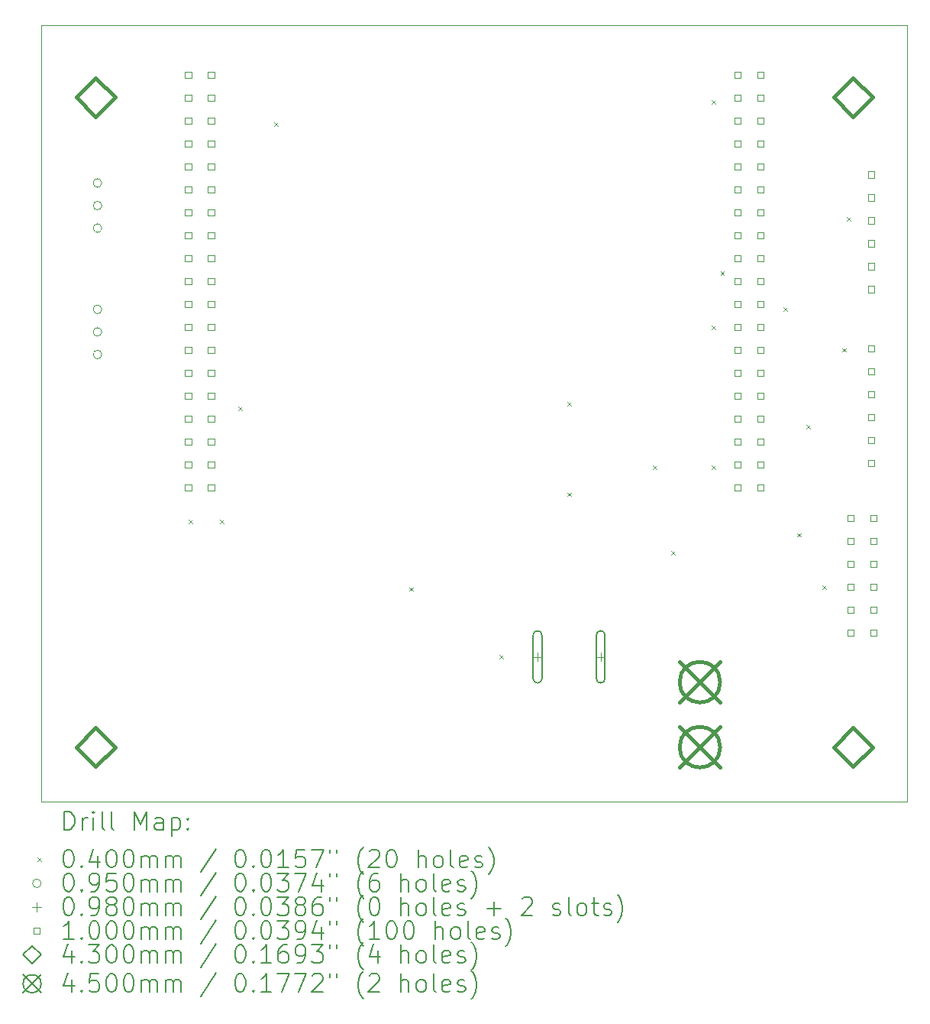
<source format=gbr>
%TF.GenerationSoftware,KiCad,Pcbnew,(6.0.10)*%
%TF.CreationDate,2023-04-21T16:11:16+03:00*%
%TF.ProjectId,KiCAD design,4b694341-4420-4646-9573-69676e2e6b69,rev?*%
%TF.SameCoordinates,Original*%
%TF.FileFunction,Drillmap*%
%TF.FilePolarity,Positive*%
%FSLAX45Y45*%
G04 Gerber Fmt 4.5, Leading zero omitted, Abs format (unit mm)*
G04 Created by KiCad (PCBNEW (6.0.10)) date 2023-04-21 16:11:16*
%MOMM*%
%LPD*%
G01*
G04 APERTURE LIST*
%ADD10C,0.100000*%
%ADD11C,0.200000*%
%ADD12C,0.040000*%
%ADD13C,0.095000*%
%ADD14C,0.098000*%
%ADD15C,0.430000*%
%ADD16C,0.450000*%
G04 APERTURE END LIST*
D10*
X19800000Y-5200000D02*
X19800000Y-13800000D01*
X10200000Y-5200000D02*
X19800000Y-5200000D01*
X19800000Y-13800000D02*
X19700000Y-13800000D01*
X10200000Y-5200000D02*
X10200000Y-13800000D01*
X10200000Y-13800000D02*
X19700000Y-13800000D01*
D11*
D12*
X11830000Y-10680000D02*
X11870000Y-10720000D01*
X11870000Y-10680000D02*
X11830000Y-10720000D01*
X12180000Y-10680000D02*
X12220000Y-10720000D01*
X12220000Y-10680000D02*
X12180000Y-10720000D01*
X12380000Y-9430000D02*
X12420000Y-9470000D01*
X12420000Y-9430000D02*
X12380000Y-9470000D01*
X12780000Y-6280000D02*
X12820000Y-6320000D01*
X12820000Y-6280000D02*
X12780000Y-6320000D01*
X14280000Y-11430000D02*
X14320000Y-11470000D01*
X14320000Y-11430000D02*
X14280000Y-11470000D01*
X15280000Y-12180000D02*
X15320000Y-12220000D01*
X15320000Y-12180000D02*
X15280000Y-12220000D01*
X16030000Y-9380000D02*
X16070000Y-9420000D01*
X16070000Y-9380000D02*
X16030000Y-9420000D01*
X16030000Y-10380000D02*
X16070000Y-10420000D01*
X16070000Y-10380000D02*
X16030000Y-10420000D01*
X16980000Y-10080000D02*
X17020000Y-10120000D01*
X17020000Y-10080000D02*
X16980000Y-10120000D01*
X17180000Y-11030000D02*
X17220000Y-11070000D01*
X17220000Y-11030000D02*
X17180000Y-11070000D01*
X17630000Y-6030000D02*
X17670000Y-6070000D01*
X17670000Y-6030000D02*
X17630000Y-6070000D01*
X17630000Y-8530000D02*
X17670000Y-8570000D01*
X17670000Y-8530000D02*
X17630000Y-8570000D01*
X17630000Y-10080000D02*
X17670000Y-10120000D01*
X17670000Y-10080000D02*
X17630000Y-10120000D01*
X17730000Y-7932000D02*
X17770000Y-7972000D01*
X17770000Y-7932000D02*
X17730000Y-7972000D01*
X18430000Y-8330000D02*
X18470000Y-8370000D01*
X18470000Y-8330000D02*
X18430000Y-8370000D01*
X18580000Y-10830000D02*
X18620000Y-10870000D01*
X18620000Y-10830000D02*
X18580000Y-10870000D01*
X18680000Y-9630000D02*
X18720000Y-9670000D01*
X18720000Y-9630000D02*
X18680000Y-9670000D01*
X18857000Y-11407000D02*
X18897000Y-11447000D01*
X18897000Y-11407000D02*
X18857000Y-11447000D01*
X19080000Y-8780000D02*
X19120000Y-8820000D01*
X19120000Y-8780000D02*
X19080000Y-8820000D01*
X19130000Y-7330000D02*
X19170000Y-7370000D01*
X19170000Y-7330000D02*
X19130000Y-7370000D01*
D13*
X10867500Y-6950000D02*
G75*
G03*
X10867500Y-6950000I-47500J0D01*
G01*
X10867500Y-7200000D02*
G75*
G03*
X10867500Y-7200000I-47500J0D01*
G01*
X10867500Y-7450000D02*
G75*
G03*
X10867500Y-7450000I-47500J0D01*
G01*
X10867500Y-8350000D02*
G75*
G03*
X10867500Y-8350000I-47500J0D01*
G01*
X10867500Y-8600000D02*
G75*
G03*
X10867500Y-8600000I-47500J0D01*
G01*
X10867500Y-8850000D02*
G75*
G03*
X10867500Y-8850000I-47500J0D01*
G01*
D14*
X15700000Y-12151000D02*
X15700000Y-12249000D01*
X15651000Y-12200000D02*
X15749000Y-12200000D01*
D11*
X15749000Y-12440000D02*
X15749000Y-11960000D01*
X15651000Y-12440000D02*
X15651000Y-11960000D01*
X15749000Y-11960000D02*
G75*
G03*
X15651000Y-11960000I-49000J0D01*
G01*
X15651000Y-12440000D02*
G75*
G03*
X15749000Y-12440000I49000J0D01*
G01*
D14*
X16400000Y-12151000D02*
X16400000Y-12249000D01*
X16351000Y-12200000D02*
X16449000Y-12200000D01*
D11*
X16449000Y-12440000D02*
X16449000Y-11960000D01*
X16351000Y-12440000D02*
X16351000Y-11960000D01*
X16449000Y-11960000D02*
G75*
G03*
X16351000Y-11960000I-49000J0D01*
G01*
X16351000Y-12440000D02*
G75*
G03*
X16449000Y-12440000I49000J0D01*
G01*
D10*
X11860356Y-5785356D02*
X11860356Y-5714644D01*
X11789644Y-5714644D01*
X11789644Y-5785356D01*
X11860356Y-5785356D01*
X11860356Y-6039356D02*
X11860356Y-5968644D01*
X11789644Y-5968644D01*
X11789644Y-6039356D01*
X11860356Y-6039356D01*
X11860356Y-6293356D02*
X11860356Y-6222644D01*
X11789644Y-6222644D01*
X11789644Y-6293356D01*
X11860356Y-6293356D01*
X11860356Y-6547356D02*
X11860356Y-6476644D01*
X11789644Y-6476644D01*
X11789644Y-6547356D01*
X11860356Y-6547356D01*
X11860356Y-6801356D02*
X11860356Y-6730644D01*
X11789644Y-6730644D01*
X11789644Y-6801356D01*
X11860356Y-6801356D01*
X11860356Y-7055356D02*
X11860356Y-6984644D01*
X11789644Y-6984644D01*
X11789644Y-7055356D01*
X11860356Y-7055356D01*
X11860356Y-7309356D02*
X11860356Y-7238644D01*
X11789644Y-7238644D01*
X11789644Y-7309356D01*
X11860356Y-7309356D01*
X11860356Y-7563356D02*
X11860356Y-7492644D01*
X11789644Y-7492644D01*
X11789644Y-7563356D01*
X11860356Y-7563356D01*
X11860356Y-7817356D02*
X11860356Y-7746644D01*
X11789644Y-7746644D01*
X11789644Y-7817356D01*
X11860356Y-7817356D01*
X11860356Y-8071356D02*
X11860356Y-8000644D01*
X11789644Y-8000644D01*
X11789644Y-8071356D01*
X11860356Y-8071356D01*
X11860356Y-8325356D02*
X11860356Y-8254644D01*
X11789644Y-8254644D01*
X11789644Y-8325356D01*
X11860356Y-8325356D01*
X11860356Y-8579356D02*
X11860356Y-8508644D01*
X11789644Y-8508644D01*
X11789644Y-8579356D01*
X11860356Y-8579356D01*
X11860356Y-8833356D02*
X11860356Y-8762644D01*
X11789644Y-8762644D01*
X11789644Y-8833356D01*
X11860356Y-8833356D01*
X11860356Y-9087356D02*
X11860356Y-9016644D01*
X11789644Y-9016644D01*
X11789644Y-9087356D01*
X11860356Y-9087356D01*
X11860356Y-9341356D02*
X11860356Y-9270644D01*
X11789644Y-9270644D01*
X11789644Y-9341356D01*
X11860356Y-9341356D01*
X11860356Y-9595356D02*
X11860356Y-9524644D01*
X11789644Y-9524644D01*
X11789644Y-9595356D01*
X11860356Y-9595356D01*
X11860356Y-9849356D02*
X11860356Y-9778644D01*
X11789644Y-9778644D01*
X11789644Y-9849356D01*
X11860356Y-9849356D01*
X11860356Y-10103356D02*
X11860356Y-10032644D01*
X11789644Y-10032644D01*
X11789644Y-10103356D01*
X11860356Y-10103356D01*
X11860356Y-10357356D02*
X11860356Y-10286644D01*
X11789644Y-10286644D01*
X11789644Y-10357356D01*
X11860356Y-10357356D01*
X12114356Y-5785356D02*
X12114356Y-5714644D01*
X12043644Y-5714644D01*
X12043644Y-5785356D01*
X12114356Y-5785356D01*
X12114356Y-6039356D02*
X12114356Y-5968644D01*
X12043644Y-5968644D01*
X12043644Y-6039356D01*
X12114356Y-6039356D01*
X12114356Y-6293356D02*
X12114356Y-6222644D01*
X12043644Y-6222644D01*
X12043644Y-6293356D01*
X12114356Y-6293356D01*
X12114356Y-6547356D02*
X12114356Y-6476644D01*
X12043644Y-6476644D01*
X12043644Y-6547356D01*
X12114356Y-6547356D01*
X12114356Y-6801356D02*
X12114356Y-6730644D01*
X12043644Y-6730644D01*
X12043644Y-6801356D01*
X12114356Y-6801356D01*
X12114356Y-7055356D02*
X12114356Y-6984644D01*
X12043644Y-6984644D01*
X12043644Y-7055356D01*
X12114356Y-7055356D01*
X12114356Y-7309356D02*
X12114356Y-7238644D01*
X12043644Y-7238644D01*
X12043644Y-7309356D01*
X12114356Y-7309356D01*
X12114356Y-7563356D02*
X12114356Y-7492644D01*
X12043644Y-7492644D01*
X12043644Y-7563356D01*
X12114356Y-7563356D01*
X12114356Y-7817356D02*
X12114356Y-7746644D01*
X12043644Y-7746644D01*
X12043644Y-7817356D01*
X12114356Y-7817356D01*
X12114356Y-8071356D02*
X12114356Y-8000644D01*
X12043644Y-8000644D01*
X12043644Y-8071356D01*
X12114356Y-8071356D01*
X12114356Y-8325356D02*
X12114356Y-8254644D01*
X12043644Y-8254644D01*
X12043644Y-8325356D01*
X12114356Y-8325356D01*
X12114356Y-8579356D02*
X12114356Y-8508644D01*
X12043644Y-8508644D01*
X12043644Y-8579356D01*
X12114356Y-8579356D01*
X12114356Y-8833356D02*
X12114356Y-8762644D01*
X12043644Y-8762644D01*
X12043644Y-8833356D01*
X12114356Y-8833356D01*
X12114356Y-9087356D02*
X12114356Y-9016644D01*
X12043644Y-9016644D01*
X12043644Y-9087356D01*
X12114356Y-9087356D01*
X12114356Y-9341356D02*
X12114356Y-9270644D01*
X12043644Y-9270644D01*
X12043644Y-9341356D01*
X12114356Y-9341356D01*
X12114356Y-9595356D02*
X12114356Y-9524644D01*
X12043644Y-9524644D01*
X12043644Y-9595356D01*
X12114356Y-9595356D01*
X12114356Y-9849356D02*
X12114356Y-9778644D01*
X12043644Y-9778644D01*
X12043644Y-9849356D01*
X12114356Y-9849356D01*
X12114356Y-10103356D02*
X12114356Y-10032644D01*
X12043644Y-10032644D01*
X12043644Y-10103356D01*
X12114356Y-10103356D01*
X12114356Y-10357356D02*
X12114356Y-10286644D01*
X12043644Y-10286644D01*
X12043644Y-10357356D01*
X12114356Y-10357356D01*
X17955356Y-5785356D02*
X17955356Y-5714644D01*
X17884644Y-5714644D01*
X17884644Y-5785356D01*
X17955356Y-5785356D01*
X17955356Y-6039356D02*
X17955356Y-5968644D01*
X17884644Y-5968644D01*
X17884644Y-6039356D01*
X17955356Y-6039356D01*
X17955356Y-6293356D02*
X17955356Y-6222644D01*
X17884644Y-6222644D01*
X17884644Y-6293356D01*
X17955356Y-6293356D01*
X17955356Y-6547356D02*
X17955356Y-6476644D01*
X17884644Y-6476644D01*
X17884644Y-6547356D01*
X17955356Y-6547356D01*
X17955356Y-6801356D02*
X17955356Y-6730644D01*
X17884644Y-6730644D01*
X17884644Y-6801356D01*
X17955356Y-6801356D01*
X17955356Y-7055356D02*
X17955356Y-6984644D01*
X17884644Y-6984644D01*
X17884644Y-7055356D01*
X17955356Y-7055356D01*
X17955356Y-7309356D02*
X17955356Y-7238644D01*
X17884644Y-7238644D01*
X17884644Y-7309356D01*
X17955356Y-7309356D01*
X17955356Y-7563356D02*
X17955356Y-7492644D01*
X17884644Y-7492644D01*
X17884644Y-7563356D01*
X17955356Y-7563356D01*
X17955356Y-7817356D02*
X17955356Y-7746644D01*
X17884644Y-7746644D01*
X17884644Y-7817356D01*
X17955356Y-7817356D01*
X17955356Y-8071356D02*
X17955356Y-8000644D01*
X17884644Y-8000644D01*
X17884644Y-8071356D01*
X17955356Y-8071356D01*
X17955356Y-8325356D02*
X17955356Y-8254644D01*
X17884644Y-8254644D01*
X17884644Y-8325356D01*
X17955356Y-8325356D01*
X17955356Y-8579356D02*
X17955356Y-8508644D01*
X17884644Y-8508644D01*
X17884644Y-8579356D01*
X17955356Y-8579356D01*
X17955356Y-8833356D02*
X17955356Y-8762644D01*
X17884644Y-8762644D01*
X17884644Y-8833356D01*
X17955356Y-8833356D01*
X17955356Y-9087356D02*
X17955356Y-9016644D01*
X17884644Y-9016644D01*
X17884644Y-9087356D01*
X17955356Y-9087356D01*
X17955356Y-9341356D02*
X17955356Y-9270644D01*
X17884644Y-9270644D01*
X17884644Y-9341356D01*
X17955356Y-9341356D01*
X17955356Y-9595356D02*
X17955356Y-9524644D01*
X17884644Y-9524644D01*
X17884644Y-9595356D01*
X17955356Y-9595356D01*
X17955356Y-9849356D02*
X17955356Y-9778644D01*
X17884644Y-9778644D01*
X17884644Y-9849356D01*
X17955356Y-9849356D01*
X17955356Y-10103356D02*
X17955356Y-10032644D01*
X17884644Y-10032644D01*
X17884644Y-10103356D01*
X17955356Y-10103356D01*
X17955356Y-10357356D02*
X17955356Y-10286644D01*
X17884644Y-10286644D01*
X17884644Y-10357356D01*
X17955356Y-10357356D01*
X18209356Y-5785356D02*
X18209356Y-5714644D01*
X18138644Y-5714644D01*
X18138644Y-5785356D01*
X18209356Y-5785356D01*
X18209356Y-6039356D02*
X18209356Y-5968644D01*
X18138644Y-5968644D01*
X18138644Y-6039356D01*
X18209356Y-6039356D01*
X18209356Y-6293356D02*
X18209356Y-6222644D01*
X18138644Y-6222644D01*
X18138644Y-6293356D01*
X18209356Y-6293356D01*
X18209356Y-6547356D02*
X18209356Y-6476644D01*
X18138644Y-6476644D01*
X18138644Y-6547356D01*
X18209356Y-6547356D01*
X18209356Y-6801356D02*
X18209356Y-6730644D01*
X18138644Y-6730644D01*
X18138644Y-6801356D01*
X18209356Y-6801356D01*
X18209356Y-7055356D02*
X18209356Y-6984644D01*
X18138644Y-6984644D01*
X18138644Y-7055356D01*
X18209356Y-7055356D01*
X18209356Y-7309356D02*
X18209356Y-7238644D01*
X18138644Y-7238644D01*
X18138644Y-7309356D01*
X18209356Y-7309356D01*
X18209356Y-7563356D02*
X18209356Y-7492644D01*
X18138644Y-7492644D01*
X18138644Y-7563356D01*
X18209356Y-7563356D01*
X18209356Y-7817356D02*
X18209356Y-7746644D01*
X18138644Y-7746644D01*
X18138644Y-7817356D01*
X18209356Y-7817356D01*
X18209356Y-8071356D02*
X18209356Y-8000644D01*
X18138644Y-8000644D01*
X18138644Y-8071356D01*
X18209356Y-8071356D01*
X18209356Y-8325356D02*
X18209356Y-8254644D01*
X18138644Y-8254644D01*
X18138644Y-8325356D01*
X18209356Y-8325356D01*
X18209356Y-8579356D02*
X18209356Y-8508644D01*
X18138644Y-8508644D01*
X18138644Y-8579356D01*
X18209356Y-8579356D01*
X18209356Y-8833356D02*
X18209356Y-8762644D01*
X18138644Y-8762644D01*
X18138644Y-8833356D01*
X18209356Y-8833356D01*
X18209356Y-9087356D02*
X18209356Y-9016644D01*
X18138644Y-9016644D01*
X18138644Y-9087356D01*
X18209356Y-9087356D01*
X18209356Y-9341356D02*
X18209356Y-9270644D01*
X18138644Y-9270644D01*
X18138644Y-9341356D01*
X18209356Y-9341356D01*
X18209356Y-9595356D02*
X18209356Y-9524644D01*
X18138644Y-9524644D01*
X18138644Y-9595356D01*
X18209356Y-9595356D01*
X18209356Y-9849356D02*
X18209356Y-9778644D01*
X18138644Y-9778644D01*
X18138644Y-9849356D01*
X18209356Y-9849356D01*
X18209356Y-10103356D02*
X18209356Y-10032644D01*
X18138644Y-10032644D01*
X18138644Y-10103356D01*
X18209356Y-10103356D01*
X18209356Y-10357356D02*
X18209356Y-10286644D01*
X18138644Y-10286644D01*
X18138644Y-10357356D01*
X18209356Y-10357356D01*
X19208856Y-10700356D02*
X19208856Y-10629644D01*
X19138144Y-10629644D01*
X19138144Y-10700356D01*
X19208856Y-10700356D01*
X19208856Y-10954356D02*
X19208856Y-10883644D01*
X19138144Y-10883644D01*
X19138144Y-10954356D01*
X19208856Y-10954356D01*
X19208856Y-11208356D02*
X19208856Y-11137644D01*
X19138144Y-11137644D01*
X19138144Y-11208356D01*
X19208856Y-11208356D01*
X19208856Y-11462356D02*
X19208856Y-11391644D01*
X19138144Y-11391644D01*
X19138144Y-11462356D01*
X19208856Y-11462356D01*
X19208856Y-11716356D02*
X19208856Y-11645644D01*
X19138144Y-11645644D01*
X19138144Y-11716356D01*
X19208856Y-11716356D01*
X19208856Y-11970356D02*
X19208856Y-11899644D01*
X19138144Y-11899644D01*
X19138144Y-11970356D01*
X19208856Y-11970356D01*
X19435356Y-6892356D02*
X19435356Y-6821644D01*
X19364644Y-6821644D01*
X19364644Y-6892356D01*
X19435356Y-6892356D01*
X19435356Y-7146356D02*
X19435356Y-7075644D01*
X19364644Y-7075644D01*
X19364644Y-7146356D01*
X19435356Y-7146356D01*
X19435356Y-7400356D02*
X19435356Y-7329644D01*
X19364644Y-7329644D01*
X19364644Y-7400356D01*
X19435356Y-7400356D01*
X19435356Y-7654356D02*
X19435356Y-7583644D01*
X19364644Y-7583644D01*
X19364644Y-7654356D01*
X19435356Y-7654356D01*
X19435356Y-7908356D02*
X19435356Y-7837644D01*
X19364644Y-7837644D01*
X19364644Y-7908356D01*
X19435356Y-7908356D01*
X19435356Y-8162356D02*
X19435356Y-8091644D01*
X19364644Y-8091644D01*
X19364644Y-8162356D01*
X19435356Y-8162356D01*
X19435356Y-8819356D02*
X19435356Y-8748644D01*
X19364644Y-8748644D01*
X19364644Y-8819356D01*
X19435356Y-8819356D01*
X19435356Y-9073356D02*
X19435356Y-9002644D01*
X19364644Y-9002644D01*
X19364644Y-9073356D01*
X19435356Y-9073356D01*
X19435356Y-9327356D02*
X19435356Y-9256644D01*
X19364644Y-9256644D01*
X19364644Y-9327356D01*
X19435356Y-9327356D01*
X19435356Y-9581356D02*
X19435356Y-9510644D01*
X19364644Y-9510644D01*
X19364644Y-9581356D01*
X19435356Y-9581356D01*
X19435356Y-9835356D02*
X19435356Y-9764644D01*
X19364644Y-9764644D01*
X19364644Y-9835356D01*
X19435356Y-9835356D01*
X19435356Y-10089356D02*
X19435356Y-10018644D01*
X19364644Y-10018644D01*
X19364644Y-10089356D01*
X19435356Y-10089356D01*
X19462856Y-10700356D02*
X19462856Y-10629644D01*
X19392144Y-10629644D01*
X19392144Y-10700356D01*
X19462856Y-10700356D01*
X19462856Y-10954356D02*
X19462856Y-10883644D01*
X19392144Y-10883644D01*
X19392144Y-10954356D01*
X19462856Y-10954356D01*
X19462856Y-11208356D02*
X19462856Y-11137644D01*
X19392144Y-11137644D01*
X19392144Y-11208356D01*
X19462856Y-11208356D01*
X19462856Y-11462356D02*
X19462856Y-11391644D01*
X19392144Y-11391644D01*
X19392144Y-11462356D01*
X19462856Y-11462356D01*
X19462856Y-11716356D02*
X19462856Y-11645644D01*
X19392144Y-11645644D01*
X19392144Y-11716356D01*
X19462856Y-11716356D01*
X19462856Y-11970356D02*
X19462856Y-11899644D01*
X19392144Y-11899644D01*
X19392144Y-11970356D01*
X19462856Y-11970356D01*
D15*
X10800000Y-6215000D02*
X11015000Y-6000000D01*
X10800000Y-5785000D01*
X10585000Y-6000000D01*
X10800000Y-6215000D01*
X10800000Y-13415000D02*
X11015000Y-13200000D01*
X10800000Y-12985000D01*
X10585000Y-13200000D01*
X10800000Y-13415000D01*
X19200000Y-6215000D02*
X19415000Y-6000000D01*
X19200000Y-5785000D01*
X18985000Y-6000000D01*
X19200000Y-6215000D01*
X19200000Y-13415000D02*
X19415000Y-13200000D01*
X19200000Y-12985000D01*
X18985000Y-13200000D01*
X19200000Y-13415000D01*
D16*
X17275000Y-12255000D02*
X17725000Y-12705000D01*
X17725000Y-12255000D02*
X17275000Y-12705000D01*
X17725000Y-12480000D02*
G75*
G03*
X17725000Y-12480000I-225000J0D01*
G01*
X17275000Y-12975000D02*
X17725000Y-13425000D01*
X17725000Y-12975000D02*
X17275000Y-13425000D01*
X17725000Y-13200000D02*
G75*
G03*
X17725000Y-13200000I-225000J0D01*
G01*
D11*
X10452619Y-14115476D02*
X10452619Y-13915476D01*
X10500238Y-13915476D01*
X10528810Y-13925000D01*
X10547857Y-13944048D01*
X10557381Y-13963095D01*
X10566905Y-14001190D01*
X10566905Y-14029762D01*
X10557381Y-14067857D01*
X10547857Y-14086905D01*
X10528810Y-14105952D01*
X10500238Y-14115476D01*
X10452619Y-14115476D01*
X10652619Y-14115476D02*
X10652619Y-13982143D01*
X10652619Y-14020238D02*
X10662143Y-14001190D01*
X10671667Y-13991667D01*
X10690714Y-13982143D01*
X10709762Y-13982143D01*
X10776429Y-14115476D02*
X10776429Y-13982143D01*
X10776429Y-13915476D02*
X10766905Y-13925000D01*
X10776429Y-13934524D01*
X10785952Y-13925000D01*
X10776429Y-13915476D01*
X10776429Y-13934524D01*
X10900238Y-14115476D02*
X10881190Y-14105952D01*
X10871667Y-14086905D01*
X10871667Y-13915476D01*
X11005000Y-14115476D02*
X10985952Y-14105952D01*
X10976429Y-14086905D01*
X10976429Y-13915476D01*
X11233571Y-14115476D02*
X11233571Y-13915476D01*
X11300238Y-14058333D01*
X11366905Y-13915476D01*
X11366905Y-14115476D01*
X11547857Y-14115476D02*
X11547857Y-14010714D01*
X11538333Y-13991667D01*
X11519286Y-13982143D01*
X11481190Y-13982143D01*
X11462143Y-13991667D01*
X11547857Y-14105952D02*
X11528809Y-14115476D01*
X11481190Y-14115476D01*
X11462143Y-14105952D01*
X11452619Y-14086905D01*
X11452619Y-14067857D01*
X11462143Y-14048809D01*
X11481190Y-14039286D01*
X11528809Y-14039286D01*
X11547857Y-14029762D01*
X11643095Y-13982143D02*
X11643095Y-14182143D01*
X11643095Y-13991667D02*
X11662143Y-13982143D01*
X11700238Y-13982143D01*
X11719286Y-13991667D01*
X11728809Y-14001190D01*
X11738333Y-14020238D01*
X11738333Y-14077381D01*
X11728809Y-14096428D01*
X11719286Y-14105952D01*
X11700238Y-14115476D01*
X11662143Y-14115476D01*
X11643095Y-14105952D01*
X11824048Y-14096428D02*
X11833571Y-14105952D01*
X11824048Y-14115476D01*
X11814524Y-14105952D01*
X11824048Y-14096428D01*
X11824048Y-14115476D01*
X11824048Y-13991667D02*
X11833571Y-14001190D01*
X11824048Y-14010714D01*
X11814524Y-14001190D01*
X11824048Y-13991667D01*
X11824048Y-14010714D01*
D12*
X10155000Y-14425000D02*
X10195000Y-14465000D01*
X10195000Y-14425000D02*
X10155000Y-14465000D01*
D11*
X10490714Y-14335476D02*
X10509762Y-14335476D01*
X10528810Y-14345000D01*
X10538333Y-14354524D01*
X10547857Y-14373571D01*
X10557381Y-14411667D01*
X10557381Y-14459286D01*
X10547857Y-14497381D01*
X10538333Y-14516428D01*
X10528810Y-14525952D01*
X10509762Y-14535476D01*
X10490714Y-14535476D01*
X10471667Y-14525952D01*
X10462143Y-14516428D01*
X10452619Y-14497381D01*
X10443095Y-14459286D01*
X10443095Y-14411667D01*
X10452619Y-14373571D01*
X10462143Y-14354524D01*
X10471667Y-14345000D01*
X10490714Y-14335476D01*
X10643095Y-14516428D02*
X10652619Y-14525952D01*
X10643095Y-14535476D01*
X10633571Y-14525952D01*
X10643095Y-14516428D01*
X10643095Y-14535476D01*
X10824048Y-14402143D02*
X10824048Y-14535476D01*
X10776429Y-14325952D02*
X10728810Y-14468809D01*
X10852619Y-14468809D01*
X10966905Y-14335476D02*
X10985952Y-14335476D01*
X11005000Y-14345000D01*
X11014524Y-14354524D01*
X11024048Y-14373571D01*
X11033571Y-14411667D01*
X11033571Y-14459286D01*
X11024048Y-14497381D01*
X11014524Y-14516428D01*
X11005000Y-14525952D01*
X10985952Y-14535476D01*
X10966905Y-14535476D01*
X10947857Y-14525952D01*
X10938333Y-14516428D01*
X10928810Y-14497381D01*
X10919286Y-14459286D01*
X10919286Y-14411667D01*
X10928810Y-14373571D01*
X10938333Y-14354524D01*
X10947857Y-14345000D01*
X10966905Y-14335476D01*
X11157381Y-14335476D02*
X11176429Y-14335476D01*
X11195476Y-14345000D01*
X11205000Y-14354524D01*
X11214524Y-14373571D01*
X11224048Y-14411667D01*
X11224048Y-14459286D01*
X11214524Y-14497381D01*
X11205000Y-14516428D01*
X11195476Y-14525952D01*
X11176429Y-14535476D01*
X11157381Y-14535476D01*
X11138333Y-14525952D01*
X11128810Y-14516428D01*
X11119286Y-14497381D01*
X11109762Y-14459286D01*
X11109762Y-14411667D01*
X11119286Y-14373571D01*
X11128810Y-14354524D01*
X11138333Y-14345000D01*
X11157381Y-14335476D01*
X11309762Y-14535476D02*
X11309762Y-14402143D01*
X11309762Y-14421190D02*
X11319286Y-14411667D01*
X11338333Y-14402143D01*
X11366905Y-14402143D01*
X11385952Y-14411667D01*
X11395476Y-14430714D01*
X11395476Y-14535476D01*
X11395476Y-14430714D02*
X11405000Y-14411667D01*
X11424048Y-14402143D01*
X11452619Y-14402143D01*
X11471667Y-14411667D01*
X11481190Y-14430714D01*
X11481190Y-14535476D01*
X11576428Y-14535476D02*
X11576428Y-14402143D01*
X11576428Y-14421190D02*
X11585952Y-14411667D01*
X11605000Y-14402143D01*
X11633571Y-14402143D01*
X11652619Y-14411667D01*
X11662143Y-14430714D01*
X11662143Y-14535476D01*
X11662143Y-14430714D02*
X11671667Y-14411667D01*
X11690714Y-14402143D01*
X11719286Y-14402143D01*
X11738333Y-14411667D01*
X11747857Y-14430714D01*
X11747857Y-14535476D01*
X12138333Y-14325952D02*
X11966905Y-14583095D01*
X12395476Y-14335476D02*
X12414524Y-14335476D01*
X12433571Y-14345000D01*
X12443095Y-14354524D01*
X12452619Y-14373571D01*
X12462143Y-14411667D01*
X12462143Y-14459286D01*
X12452619Y-14497381D01*
X12443095Y-14516428D01*
X12433571Y-14525952D01*
X12414524Y-14535476D01*
X12395476Y-14535476D01*
X12376428Y-14525952D01*
X12366905Y-14516428D01*
X12357381Y-14497381D01*
X12347857Y-14459286D01*
X12347857Y-14411667D01*
X12357381Y-14373571D01*
X12366905Y-14354524D01*
X12376428Y-14345000D01*
X12395476Y-14335476D01*
X12547857Y-14516428D02*
X12557381Y-14525952D01*
X12547857Y-14535476D01*
X12538333Y-14525952D01*
X12547857Y-14516428D01*
X12547857Y-14535476D01*
X12681190Y-14335476D02*
X12700238Y-14335476D01*
X12719286Y-14345000D01*
X12728809Y-14354524D01*
X12738333Y-14373571D01*
X12747857Y-14411667D01*
X12747857Y-14459286D01*
X12738333Y-14497381D01*
X12728809Y-14516428D01*
X12719286Y-14525952D01*
X12700238Y-14535476D01*
X12681190Y-14535476D01*
X12662143Y-14525952D01*
X12652619Y-14516428D01*
X12643095Y-14497381D01*
X12633571Y-14459286D01*
X12633571Y-14411667D01*
X12643095Y-14373571D01*
X12652619Y-14354524D01*
X12662143Y-14345000D01*
X12681190Y-14335476D01*
X12938333Y-14535476D02*
X12824048Y-14535476D01*
X12881190Y-14535476D02*
X12881190Y-14335476D01*
X12862143Y-14364048D01*
X12843095Y-14383095D01*
X12824048Y-14392619D01*
X13119286Y-14335476D02*
X13024048Y-14335476D01*
X13014524Y-14430714D01*
X13024048Y-14421190D01*
X13043095Y-14411667D01*
X13090714Y-14411667D01*
X13109762Y-14421190D01*
X13119286Y-14430714D01*
X13128809Y-14449762D01*
X13128809Y-14497381D01*
X13119286Y-14516428D01*
X13109762Y-14525952D01*
X13090714Y-14535476D01*
X13043095Y-14535476D01*
X13024048Y-14525952D01*
X13014524Y-14516428D01*
X13195476Y-14335476D02*
X13328809Y-14335476D01*
X13243095Y-14535476D01*
X13395476Y-14335476D02*
X13395476Y-14373571D01*
X13471667Y-14335476D02*
X13471667Y-14373571D01*
X13766905Y-14611667D02*
X13757381Y-14602143D01*
X13738333Y-14573571D01*
X13728809Y-14554524D01*
X13719286Y-14525952D01*
X13709762Y-14478333D01*
X13709762Y-14440238D01*
X13719286Y-14392619D01*
X13728809Y-14364048D01*
X13738333Y-14345000D01*
X13757381Y-14316428D01*
X13766905Y-14306905D01*
X13833571Y-14354524D02*
X13843095Y-14345000D01*
X13862143Y-14335476D01*
X13909762Y-14335476D01*
X13928809Y-14345000D01*
X13938333Y-14354524D01*
X13947857Y-14373571D01*
X13947857Y-14392619D01*
X13938333Y-14421190D01*
X13824048Y-14535476D01*
X13947857Y-14535476D01*
X14071667Y-14335476D02*
X14090714Y-14335476D01*
X14109762Y-14345000D01*
X14119286Y-14354524D01*
X14128809Y-14373571D01*
X14138333Y-14411667D01*
X14138333Y-14459286D01*
X14128809Y-14497381D01*
X14119286Y-14516428D01*
X14109762Y-14525952D01*
X14090714Y-14535476D01*
X14071667Y-14535476D01*
X14052619Y-14525952D01*
X14043095Y-14516428D01*
X14033571Y-14497381D01*
X14024048Y-14459286D01*
X14024048Y-14411667D01*
X14033571Y-14373571D01*
X14043095Y-14354524D01*
X14052619Y-14345000D01*
X14071667Y-14335476D01*
X14376428Y-14535476D02*
X14376428Y-14335476D01*
X14462143Y-14535476D02*
X14462143Y-14430714D01*
X14452619Y-14411667D01*
X14433571Y-14402143D01*
X14405000Y-14402143D01*
X14385952Y-14411667D01*
X14376428Y-14421190D01*
X14585952Y-14535476D02*
X14566905Y-14525952D01*
X14557381Y-14516428D01*
X14547857Y-14497381D01*
X14547857Y-14440238D01*
X14557381Y-14421190D01*
X14566905Y-14411667D01*
X14585952Y-14402143D01*
X14614524Y-14402143D01*
X14633571Y-14411667D01*
X14643095Y-14421190D01*
X14652619Y-14440238D01*
X14652619Y-14497381D01*
X14643095Y-14516428D01*
X14633571Y-14525952D01*
X14614524Y-14535476D01*
X14585952Y-14535476D01*
X14766905Y-14535476D02*
X14747857Y-14525952D01*
X14738333Y-14506905D01*
X14738333Y-14335476D01*
X14919286Y-14525952D02*
X14900238Y-14535476D01*
X14862143Y-14535476D01*
X14843095Y-14525952D01*
X14833571Y-14506905D01*
X14833571Y-14430714D01*
X14843095Y-14411667D01*
X14862143Y-14402143D01*
X14900238Y-14402143D01*
X14919286Y-14411667D01*
X14928809Y-14430714D01*
X14928809Y-14449762D01*
X14833571Y-14468809D01*
X15005000Y-14525952D02*
X15024048Y-14535476D01*
X15062143Y-14535476D01*
X15081190Y-14525952D01*
X15090714Y-14506905D01*
X15090714Y-14497381D01*
X15081190Y-14478333D01*
X15062143Y-14468809D01*
X15033571Y-14468809D01*
X15014524Y-14459286D01*
X15005000Y-14440238D01*
X15005000Y-14430714D01*
X15014524Y-14411667D01*
X15033571Y-14402143D01*
X15062143Y-14402143D01*
X15081190Y-14411667D01*
X15157381Y-14611667D02*
X15166905Y-14602143D01*
X15185952Y-14573571D01*
X15195476Y-14554524D01*
X15205000Y-14525952D01*
X15214524Y-14478333D01*
X15214524Y-14440238D01*
X15205000Y-14392619D01*
X15195476Y-14364048D01*
X15185952Y-14345000D01*
X15166905Y-14316428D01*
X15157381Y-14306905D01*
D13*
X10195000Y-14709000D02*
G75*
G03*
X10195000Y-14709000I-47500J0D01*
G01*
D11*
X10490714Y-14599476D02*
X10509762Y-14599476D01*
X10528810Y-14609000D01*
X10538333Y-14618524D01*
X10547857Y-14637571D01*
X10557381Y-14675667D01*
X10557381Y-14723286D01*
X10547857Y-14761381D01*
X10538333Y-14780428D01*
X10528810Y-14789952D01*
X10509762Y-14799476D01*
X10490714Y-14799476D01*
X10471667Y-14789952D01*
X10462143Y-14780428D01*
X10452619Y-14761381D01*
X10443095Y-14723286D01*
X10443095Y-14675667D01*
X10452619Y-14637571D01*
X10462143Y-14618524D01*
X10471667Y-14609000D01*
X10490714Y-14599476D01*
X10643095Y-14780428D02*
X10652619Y-14789952D01*
X10643095Y-14799476D01*
X10633571Y-14789952D01*
X10643095Y-14780428D01*
X10643095Y-14799476D01*
X10747857Y-14799476D02*
X10785952Y-14799476D01*
X10805000Y-14789952D01*
X10814524Y-14780428D01*
X10833571Y-14751857D01*
X10843095Y-14713762D01*
X10843095Y-14637571D01*
X10833571Y-14618524D01*
X10824048Y-14609000D01*
X10805000Y-14599476D01*
X10766905Y-14599476D01*
X10747857Y-14609000D01*
X10738333Y-14618524D01*
X10728810Y-14637571D01*
X10728810Y-14685190D01*
X10738333Y-14704238D01*
X10747857Y-14713762D01*
X10766905Y-14723286D01*
X10805000Y-14723286D01*
X10824048Y-14713762D01*
X10833571Y-14704238D01*
X10843095Y-14685190D01*
X11024048Y-14599476D02*
X10928810Y-14599476D01*
X10919286Y-14694714D01*
X10928810Y-14685190D01*
X10947857Y-14675667D01*
X10995476Y-14675667D01*
X11014524Y-14685190D01*
X11024048Y-14694714D01*
X11033571Y-14713762D01*
X11033571Y-14761381D01*
X11024048Y-14780428D01*
X11014524Y-14789952D01*
X10995476Y-14799476D01*
X10947857Y-14799476D01*
X10928810Y-14789952D01*
X10919286Y-14780428D01*
X11157381Y-14599476D02*
X11176429Y-14599476D01*
X11195476Y-14609000D01*
X11205000Y-14618524D01*
X11214524Y-14637571D01*
X11224048Y-14675667D01*
X11224048Y-14723286D01*
X11214524Y-14761381D01*
X11205000Y-14780428D01*
X11195476Y-14789952D01*
X11176429Y-14799476D01*
X11157381Y-14799476D01*
X11138333Y-14789952D01*
X11128810Y-14780428D01*
X11119286Y-14761381D01*
X11109762Y-14723286D01*
X11109762Y-14675667D01*
X11119286Y-14637571D01*
X11128810Y-14618524D01*
X11138333Y-14609000D01*
X11157381Y-14599476D01*
X11309762Y-14799476D02*
X11309762Y-14666143D01*
X11309762Y-14685190D02*
X11319286Y-14675667D01*
X11338333Y-14666143D01*
X11366905Y-14666143D01*
X11385952Y-14675667D01*
X11395476Y-14694714D01*
X11395476Y-14799476D01*
X11395476Y-14694714D02*
X11405000Y-14675667D01*
X11424048Y-14666143D01*
X11452619Y-14666143D01*
X11471667Y-14675667D01*
X11481190Y-14694714D01*
X11481190Y-14799476D01*
X11576428Y-14799476D02*
X11576428Y-14666143D01*
X11576428Y-14685190D02*
X11585952Y-14675667D01*
X11605000Y-14666143D01*
X11633571Y-14666143D01*
X11652619Y-14675667D01*
X11662143Y-14694714D01*
X11662143Y-14799476D01*
X11662143Y-14694714D02*
X11671667Y-14675667D01*
X11690714Y-14666143D01*
X11719286Y-14666143D01*
X11738333Y-14675667D01*
X11747857Y-14694714D01*
X11747857Y-14799476D01*
X12138333Y-14589952D02*
X11966905Y-14847095D01*
X12395476Y-14599476D02*
X12414524Y-14599476D01*
X12433571Y-14609000D01*
X12443095Y-14618524D01*
X12452619Y-14637571D01*
X12462143Y-14675667D01*
X12462143Y-14723286D01*
X12452619Y-14761381D01*
X12443095Y-14780428D01*
X12433571Y-14789952D01*
X12414524Y-14799476D01*
X12395476Y-14799476D01*
X12376428Y-14789952D01*
X12366905Y-14780428D01*
X12357381Y-14761381D01*
X12347857Y-14723286D01*
X12347857Y-14675667D01*
X12357381Y-14637571D01*
X12366905Y-14618524D01*
X12376428Y-14609000D01*
X12395476Y-14599476D01*
X12547857Y-14780428D02*
X12557381Y-14789952D01*
X12547857Y-14799476D01*
X12538333Y-14789952D01*
X12547857Y-14780428D01*
X12547857Y-14799476D01*
X12681190Y-14599476D02*
X12700238Y-14599476D01*
X12719286Y-14609000D01*
X12728809Y-14618524D01*
X12738333Y-14637571D01*
X12747857Y-14675667D01*
X12747857Y-14723286D01*
X12738333Y-14761381D01*
X12728809Y-14780428D01*
X12719286Y-14789952D01*
X12700238Y-14799476D01*
X12681190Y-14799476D01*
X12662143Y-14789952D01*
X12652619Y-14780428D01*
X12643095Y-14761381D01*
X12633571Y-14723286D01*
X12633571Y-14675667D01*
X12643095Y-14637571D01*
X12652619Y-14618524D01*
X12662143Y-14609000D01*
X12681190Y-14599476D01*
X12814524Y-14599476D02*
X12938333Y-14599476D01*
X12871667Y-14675667D01*
X12900238Y-14675667D01*
X12919286Y-14685190D01*
X12928809Y-14694714D01*
X12938333Y-14713762D01*
X12938333Y-14761381D01*
X12928809Y-14780428D01*
X12919286Y-14789952D01*
X12900238Y-14799476D01*
X12843095Y-14799476D01*
X12824048Y-14789952D01*
X12814524Y-14780428D01*
X13005000Y-14599476D02*
X13138333Y-14599476D01*
X13052619Y-14799476D01*
X13300238Y-14666143D02*
X13300238Y-14799476D01*
X13252619Y-14589952D02*
X13205000Y-14732809D01*
X13328809Y-14732809D01*
X13395476Y-14599476D02*
X13395476Y-14637571D01*
X13471667Y-14599476D02*
X13471667Y-14637571D01*
X13766905Y-14875667D02*
X13757381Y-14866143D01*
X13738333Y-14837571D01*
X13728809Y-14818524D01*
X13719286Y-14789952D01*
X13709762Y-14742333D01*
X13709762Y-14704238D01*
X13719286Y-14656619D01*
X13728809Y-14628048D01*
X13738333Y-14609000D01*
X13757381Y-14580428D01*
X13766905Y-14570905D01*
X13928809Y-14599476D02*
X13890714Y-14599476D01*
X13871667Y-14609000D01*
X13862143Y-14618524D01*
X13843095Y-14647095D01*
X13833571Y-14685190D01*
X13833571Y-14761381D01*
X13843095Y-14780428D01*
X13852619Y-14789952D01*
X13871667Y-14799476D01*
X13909762Y-14799476D01*
X13928809Y-14789952D01*
X13938333Y-14780428D01*
X13947857Y-14761381D01*
X13947857Y-14713762D01*
X13938333Y-14694714D01*
X13928809Y-14685190D01*
X13909762Y-14675667D01*
X13871667Y-14675667D01*
X13852619Y-14685190D01*
X13843095Y-14694714D01*
X13833571Y-14713762D01*
X14185952Y-14799476D02*
X14185952Y-14599476D01*
X14271667Y-14799476D02*
X14271667Y-14694714D01*
X14262143Y-14675667D01*
X14243095Y-14666143D01*
X14214524Y-14666143D01*
X14195476Y-14675667D01*
X14185952Y-14685190D01*
X14395476Y-14799476D02*
X14376428Y-14789952D01*
X14366905Y-14780428D01*
X14357381Y-14761381D01*
X14357381Y-14704238D01*
X14366905Y-14685190D01*
X14376428Y-14675667D01*
X14395476Y-14666143D01*
X14424048Y-14666143D01*
X14443095Y-14675667D01*
X14452619Y-14685190D01*
X14462143Y-14704238D01*
X14462143Y-14761381D01*
X14452619Y-14780428D01*
X14443095Y-14789952D01*
X14424048Y-14799476D01*
X14395476Y-14799476D01*
X14576428Y-14799476D02*
X14557381Y-14789952D01*
X14547857Y-14770905D01*
X14547857Y-14599476D01*
X14728809Y-14789952D02*
X14709762Y-14799476D01*
X14671667Y-14799476D01*
X14652619Y-14789952D01*
X14643095Y-14770905D01*
X14643095Y-14694714D01*
X14652619Y-14675667D01*
X14671667Y-14666143D01*
X14709762Y-14666143D01*
X14728809Y-14675667D01*
X14738333Y-14694714D01*
X14738333Y-14713762D01*
X14643095Y-14732809D01*
X14814524Y-14789952D02*
X14833571Y-14799476D01*
X14871667Y-14799476D01*
X14890714Y-14789952D01*
X14900238Y-14770905D01*
X14900238Y-14761381D01*
X14890714Y-14742333D01*
X14871667Y-14732809D01*
X14843095Y-14732809D01*
X14824048Y-14723286D01*
X14814524Y-14704238D01*
X14814524Y-14694714D01*
X14824048Y-14675667D01*
X14843095Y-14666143D01*
X14871667Y-14666143D01*
X14890714Y-14675667D01*
X14966905Y-14875667D02*
X14976428Y-14866143D01*
X14995476Y-14837571D01*
X15005000Y-14818524D01*
X15014524Y-14789952D01*
X15024048Y-14742333D01*
X15024048Y-14704238D01*
X15014524Y-14656619D01*
X15005000Y-14628048D01*
X14995476Y-14609000D01*
X14976428Y-14580428D01*
X14966905Y-14570905D01*
D14*
X10146000Y-14924000D02*
X10146000Y-15022000D01*
X10097000Y-14973000D02*
X10195000Y-14973000D01*
D11*
X10490714Y-14863476D02*
X10509762Y-14863476D01*
X10528810Y-14873000D01*
X10538333Y-14882524D01*
X10547857Y-14901571D01*
X10557381Y-14939667D01*
X10557381Y-14987286D01*
X10547857Y-15025381D01*
X10538333Y-15044428D01*
X10528810Y-15053952D01*
X10509762Y-15063476D01*
X10490714Y-15063476D01*
X10471667Y-15053952D01*
X10462143Y-15044428D01*
X10452619Y-15025381D01*
X10443095Y-14987286D01*
X10443095Y-14939667D01*
X10452619Y-14901571D01*
X10462143Y-14882524D01*
X10471667Y-14873000D01*
X10490714Y-14863476D01*
X10643095Y-15044428D02*
X10652619Y-15053952D01*
X10643095Y-15063476D01*
X10633571Y-15053952D01*
X10643095Y-15044428D01*
X10643095Y-15063476D01*
X10747857Y-15063476D02*
X10785952Y-15063476D01*
X10805000Y-15053952D01*
X10814524Y-15044428D01*
X10833571Y-15015857D01*
X10843095Y-14977762D01*
X10843095Y-14901571D01*
X10833571Y-14882524D01*
X10824048Y-14873000D01*
X10805000Y-14863476D01*
X10766905Y-14863476D01*
X10747857Y-14873000D01*
X10738333Y-14882524D01*
X10728810Y-14901571D01*
X10728810Y-14949190D01*
X10738333Y-14968238D01*
X10747857Y-14977762D01*
X10766905Y-14987286D01*
X10805000Y-14987286D01*
X10824048Y-14977762D01*
X10833571Y-14968238D01*
X10843095Y-14949190D01*
X10957381Y-14949190D02*
X10938333Y-14939667D01*
X10928810Y-14930143D01*
X10919286Y-14911095D01*
X10919286Y-14901571D01*
X10928810Y-14882524D01*
X10938333Y-14873000D01*
X10957381Y-14863476D01*
X10995476Y-14863476D01*
X11014524Y-14873000D01*
X11024048Y-14882524D01*
X11033571Y-14901571D01*
X11033571Y-14911095D01*
X11024048Y-14930143D01*
X11014524Y-14939667D01*
X10995476Y-14949190D01*
X10957381Y-14949190D01*
X10938333Y-14958714D01*
X10928810Y-14968238D01*
X10919286Y-14987286D01*
X10919286Y-15025381D01*
X10928810Y-15044428D01*
X10938333Y-15053952D01*
X10957381Y-15063476D01*
X10995476Y-15063476D01*
X11014524Y-15053952D01*
X11024048Y-15044428D01*
X11033571Y-15025381D01*
X11033571Y-14987286D01*
X11024048Y-14968238D01*
X11014524Y-14958714D01*
X10995476Y-14949190D01*
X11157381Y-14863476D02*
X11176429Y-14863476D01*
X11195476Y-14873000D01*
X11205000Y-14882524D01*
X11214524Y-14901571D01*
X11224048Y-14939667D01*
X11224048Y-14987286D01*
X11214524Y-15025381D01*
X11205000Y-15044428D01*
X11195476Y-15053952D01*
X11176429Y-15063476D01*
X11157381Y-15063476D01*
X11138333Y-15053952D01*
X11128810Y-15044428D01*
X11119286Y-15025381D01*
X11109762Y-14987286D01*
X11109762Y-14939667D01*
X11119286Y-14901571D01*
X11128810Y-14882524D01*
X11138333Y-14873000D01*
X11157381Y-14863476D01*
X11309762Y-15063476D02*
X11309762Y-14930143D01*
X11309762Y-14949190D02*
X11319286Y-14939667D01*
X11338333Y-14930143D01*
X11366905Y-14930143D01*
X11385952Y-14939667D01*
X11395476Y-14958714D01*
X11395476Y-15063476D01*
X11395476Y-14958714D02*
X11405000Y-14939667D01*
X11424048Y-14930143D01*
X11452619Y-14930143D01*
X11471667Y-14939667D01*
X11481190Y-14958714D01*
X11481190Y-15063476D01*
X11576428Y-15063476D02*
X11576428Y-14930143D01*
X11576428Y-14949190D02*
X11585952Y-14939667D01*
X11605000Y-14930143D01*
X11633571Y-14930143D01*
X11652619Y-14939667D01*
X11662143Y-14958714D01*
X11662143Y-15063476D01*
X11662143Y-14958714D02*
X11671667Y-14939667D01*
X11690714Y-14930143D01*
X11719286Y-14930143D01*
X11738333Y-14939667D01*
X11747857Y-14958714D01*
X11747857Y-15063476D01*
X12138333Y-14853952D02*
X11966905Y-15111095D01*
X12395476Y-14863476D02*
X12414524Y-14863476D01*
X12433571Y-14873000D01*
X12443095Y-14882524D01*
X12452619Y-14901571D01*
X12462143Y-14939667D01*
X12462143Y-14987286D01*
X12452619Y-15025381D01*
X12443095Y-15044428D01*
X12433571Y-15053952D01*
X12414524Y-15063476D01*
X12395476Y-15063476D01*
X12376428Y-15053952D01*
X12366905Y-15044428D01*
X12357381Y-15025381D01*
X12347857Y-14987286D01*
X12347857Y-14939667D01*
X12357381Y-14901571D01*
X12366905Y-14882524D01*
X12376428Y-14873000D01*
X12395476Y-14863476D01*
X12547857Y-15044428D02*
X12557381Y-15053952D01*
X12547857Y-15063476D01*
X12538333Y-15053952D01*
X12547857Y-15044428D01*
X12547857Y-15063476D01*
X12681190Y-14863476D02*
X12700238Y-14863476D01*
X12719286Y-14873000D01*
X12728809Y-14882524D01*
X12738333Y-14901571D01*
X12747857Y-14939667D01*
X12747857Y-14987286D01*
X12738333Y-15025381D01*
X12728809Y-15044428D01*
X12719286Y-15053952D01*
X12700238Y-15063476D01*
X12681190Y-15063476D01*
X12662143Y-15053952D01*
X12652619Y-15044428D01*
X12643095Y-15025381D01*
X12633571Y-14987286D01*
X12633571Y-14939667D01*
X12643095Y-14901571D01*
X12652619Y-14882524D01*
X12662143Y-14873000D01*
X12681190Y-14863476D01*
X12814524Y-14863476D02*
X12938333Y-14863476D01*
X12871667Y-14939667D01*
X12900238Y-14939667D01*
X12919286Y-14949190D01*
X12928809Y-14958714D01*
X12938333Y-14977762D01*
X12938333Y-15025381D01*
X12928809Y-15044428D01*
X12919286Y-15053952D01*
X12900238Y-15063476D01*
X12843095Y-15063476D01*
X12824048Y-15053952D01*
X12814524Y-15044428D01*
X13052619Y-14949190D02*
X13033571Y-14939667D01*
X13024048Y-14930143D01*
X13014524Y-14911095D01*
X13014524Y-14901571D01*
X13024048Y-14882524D01*
X13033571Y-14873000D01*
X13052619Y-14863476D01*
X13090714Y-14863476D01*
X13109762Y-14873000D01*
X13119286Y-14882524D01*
X13128809Y-14901571D01*
X13128809Y-14911095D01*
X13119286Y-14930143D01*
X13109762Y-14939667D01*
X13090714Y-14949190D01*
X13052619Y-14949190D01*
X13033571Y-14958714D01*
X13024048Y-14968238D01*
X13014524Y-14987286D01*
X13014524Y-15025381D01*
X13024048Y-15044428D01*
X13033571Y-15053952D01*
X13052619Y-15063476D01*
X13090714Y-15063476D01*
X13109762Y-15053952D01*
X13119286Y-15044428D01*
X13128809Y-15025381D01*
X13128809Y-14987286D01*
X13119286Y-14968238D01*
X13109762Y-14958714D01*
X13090714Y-14949190D01*
X13300238Y-14863476D02*
X13262143Y-14863476D01*
X13243095Y-14873000D01*
X13233571Y-14882524D01*
X13214524Y-14911095D01*
X13205000Y-14949190D01*
X13205000Y-15025381D01*
X13214524Y-15044428D01*
X13224048Y-15053952D01*
X13243095Y-15063476D01*
X13281190Y-15063476D01*
X13300238Y-15053952D01*
X13309762Y-15044428D01*
X13319286Y-15025381D01*
X13319286Y-14977762D01*
X13309762Y-14958714D01*
X13300238Y-14949190D01*
X13281190Y-14939667D01*
X13243095Y-14939667D01*
X13224048Y-14949190D01*
X13214524Y-14958714D01*
X13205000Y-14977762D01*
X13395476Y-14863476D02*
X13395476Y-14901571D01*
X13471667Y-14863476D02*
X13471667Y-14901571D01*
X13766905Y-15139667D02*
X13757381Y-15130143D01*
X13738333Y-15101571D01*
X13728809Y-15082524D01*
X13719286Y-15053952D01*
X13709762Y-15006333D01*
X13709762Y-14968238D01*
X13719286Y-14920619D01*
X13728809Y-14892048D01*
X13738333Y-14873000D01*
X13757381Y-14844428D01*
X13766905Y-14834905D01*
X13881190Y-14863476D02*
X13900238Y-14863476D01*
X13919286Y-14873000D01*
X13928809Y-14882524D01*
X13938333Y-14901571D01*
X13947857Y-14939667D01*
X13947857Y-14987286D01*
X13938333Y-15025381D01*
X13928809Y-15044428D01*
X13919286Y-15053952D01*
X13900238Y-15063476D01*
X13881190Y-15063476D01*
X13862143Y-15053952D01*
X13852619Y-15044428D01*
X13843095Y-15025381D01*
X13833571Y-14987286D01*
X13833571Y-14939667D01*
X13843095Y-14901571D01*
X13852619Y-14882524D01*
X13862143Y-14873000D01*
X13881190Y-14863476D01*
X14185952Y-15063476D02*
X14185952Y-14863476D01*
X14271667Y-15063476D02*
X14271667Y-14958714D01*
X14262143Y-14939667D01*
X14243095Y-14930143D01*
X14214524Y-14930143D01*
X14195476Y-14939667D01*
X14185952Y-14949190D01*
X14395476Y-15063476D02*
X14376428Y-15053952D01*
X14366905Y-15044428D01*
X14357381Y-15025381D01*
X14357381Y-14968238D01*
X14366905Y-14949190D01*
X14376428Y-14939667D01*
X14395476Y-14930143D01*
X14424048Y-14930143D01*
X14443095Y-14939667D01*
X14452619Y-14949190D01*
X14462143Y-14968238D01*
X14462143Y-15025381D01*
X14452619Y-15044428D01*
X14443095Y-15053952D01*
X14424048Y-15063476D01*
X14395476Y-15063476D01*
X14576428Y-15063476D02*
X14557381Y-15053952D01*
X14547857Y-15034905D01*
X14547857Y-14863476D01*
X14728809Y-15053952D02*
X14709762Y-15063476D01*
X14671667Y-15063476D01*
X14652619Y-15053952D01*
X14643095Y-15034905D01*
X14643095Y-14958714D01*
X14652619Y-14939667D01*
X14671667Y-14930143D01*
X14709762Y-14930143D01*
X14728809Y-14939667D01*
X14738333Y-14958714D01*
X14738333Y-14977762D01*
X14643095Y-14996809D01*
X14814524Y-15053952D02*
X14833571Y-15063476D01*
X14871667Y-15063476D01*
X14890714Y-15053952D01*
X14900238Y-15034905D01*
X14900238Y-15025381D01*
X14890714Y-15006333D01*
X14871667Y-14996809D01*
X14843095Y-14996809D01*
X14824048Y-14987286D01*
X14814524Y-14968238D01*
X14814524Y-14958714D01*
X14824048Y-14939667D01*
X14843095Y-14930143D01*
X14871667Y-14930143D01*
X14890714Y-14939667D01*
X15138333Y-14987286D02*
X15290714Y-14987286D01*
X15214524Y-15063476D02*
X15214524Y-14911095D01*
X15528809Y-14882524D02*
X15538333Y-14873000D01*
X15557381Y-14863476D01*
X15605000Y-14863476D01*
X15624048Y-14873000D01*
X15633571Y-14882524D01*
X15643095Y-14901571D01*
X15643095Y-14920619D01*
X15633571Y-14949190D01*
X15519286Y-15063476D01*
X15643095Y-15063476D01*
X15871667Y-15053952D02*
X15890714Y-15063476D01*
X15928809Y-15063476D01*
X15947857Y-15053952D01*
X15957381Y-15034905D01*
X15957381Y-15025381D01*
X15947857Y-15006333D01*
X15928809Y-14996809D01*
X15900238Y-14996809D01*
X15881190Y-14987286D01*
X15871667Y-14968238D01*
X15871667Y-14958714D01*
X15881190Y-14939667D01*
X15900238Y-14930143D01*
X15928809Y-14930143D01*
X15947857Y-14939667D01*
X16071667Y-15063476D02*
X16052619Y-15053952D01*
X16043095Y-15034905D01*
X16043095Y-14863476D01*
X16176428Y-15063476D02*
X16157381Y-15053952D01*
X16147857Y-15044428D01*
X16138333Y-15025381D01*
X16138333Y-14968238D01*
X16147857Y-14949190D01*
X16157381Y-14939667D01*
X16176428Y-14930143D01*
X16205000Y-14930143D01*
X16224048Y-14939667D01*
X16233571Y-14949190D01*
X16243095Y-14968238D01*
X16243095Y-15025381D01*
X16233571Y-15044428D01*
X16224048Y-15053952D01*
X16205000Y-15063476D01*
X16176428Y-15063476D01*
X16300238Y-14930143D02*
X16376428Y-14930143D01*
X16328809Y-14863476D02*
X16328809Y-15034905D01*
X16338333Y-15053952D01*
X16357381Y-15063476D01*
X16376428Y-15063476D01*
X16433571Y-15053952D02*
X16452619Y-15063476D01*
X16490714Y-15063476D01*
X16509762Y-15053952D01*
X16519286Y-15034905D01*
X16519286Y-15025381D01*
X16509762Y-15006333D01*
X16490714Y-14996809D01*
X16462143Y-14996809D01*
X16443095Y-14987286D01*
X16433571Y-14968238D01*
X16433571Y-14958714D01*
X16443095Y-14939667D01*
X16462143Y-14930143D01*
X16490714Y-14930143D01*
X16509762Y-14939667D01*
X16585952Y-15139667D02*
X16595476Y-15130143D01*
X16614524Y-15101571D01*
X16624048Y-15082524D01*
X16633571Y-15053952D01*
X16643095Y-15006333D01*
X16643095Y-14968238D01*
X16633571Y-14920619D01*
X16624048Y-14892048D01*
X16614524Y-14873000D01*
X16595476Y-14844428D01*
X16585952Y-14834905D01*
D10*
X10180356Y-15272356D02*
X10180356Y-15201644D01*
X10109644Y-15201644D01*
X10109644Y-15272356D01*
X10180356Y-15272356D01*
D11*
X10557381Y-15327476D02*
X10443095Y-15327476D01*
X10500238Y-15327476D02*
X10500238Y-15127476D01*
X10481190Y-15156048D01*
X10462143Y-15175095D01*
X10443095Y-15184619D01*
X10643095Y-15308428D02*
X10652619Y-15317952D01*
X10643095Y-15327476D01*
X10633571Y-15317952D01*
X10643095Y-15308428D01*
X10643095Y-15327476D01*
X10776429Y-15127476D02*
X10795476Y-15127476D01*
X10814524Y-15137000D01*
X10824048Y-15146524D01*
X10833571Y-15165571D01*
X10843095Y-15203667D01*
X10843095Y-15251286D01*
X10833571Y-15289381D01*
X10824048Y-15308428D01*
X10814524Y-15317952D01*
X10795476Y-15327476D01*
X10776429Y-15327476D01*
X10757381Y-15317952D01*
X10747857Y-15308428D01*
X10738333Y-15289381D01*
X10728810Y-15251286D01*
X10728810Y-15203667D01*
X10738333Y-15165571D01*
X10747857Y-15146524D01*
X10757381Y-15137000D01*
X10776429Y-15127476D01*
X10966905Y-15127476D02*
X10985952Y-15127476D01*
X11005000Y-15137000D01*
X11014524Y-15146524D01*
X11024048Y-15165571D01*
X11033571Y-15203667D01*
X11033571Y-15251286D01*
X11024048Y-15289381D01*
X11014524Y-15308428D01*
X11005000Y-15317952D01*
X10985952Y-15327476D01*
X10966905Y-15327476D01*
X10947857Y-15317952D01*
X10938333Y-15308428D01*
X10928810Y-15289381D01*
X10919286Y-15251286D01*
X10919286Y-15203667D01*
X10928810Y-15165571D01*
X10938333Y-15146524D01*
X10947857Y-15137000D01*
X10966905Y-15127476D01*
X11157381Y-15127476D02*
X11176429Y-15127476D01*
X11195476Y-15137000D01*
X11205000Y-15146524D01*
X11214524Y-15165571D01*
X11224048Y-15203667D01*
X11224048Y-15251286D01*
X11214524Y-15289381D01*
X11205000Y-15308428D01*
X11195476Y-15317952D01*
X11176429Y-15327476D01*
X11157381Y-15327476D01*
X11138333Y-15317952D01*
X11128810Y-15308428D01*
X11119286Y-15289381D01*
X11109762Y-15251286D01*
X11109762Y-15203667D01*
X11119286Y-15165571D01*
X11128810Y-15146524D01*
X11138333Y-15137000D01*
X11157381Y-15127476D01*
X11309762Y-15327476D02*
X11309762Y-15194143D01*
X11309762Y-15213190D02*
X11319286Y-15203667D01*
X11338333Y-15194143D01*
X11366905Y-15194143D01*
X11385952Y-15203667D01*
X11395476Y-15222714D01*
X11395476Y-15327476D01*
X11395476Y-15222714D02*
X11405000Y-15203667D01*
X11424048Y-15194143D01*
X11452619Y-15194143D01*
X11471667Y-15203667D01*
X11481190Y-15222714D01*
X11481190Y-15327476D01*
X11576428Y-15327476D02*
X11576428Y-15194143D01*
X11576428Y-15213190D02*
X11585952Y-15203667D01*
X11605000Y-15194143D01*
X11633571Y-15194143D01*
X11652619Y-15203667D01*
X11662143Y-15222714D01*
X11662143Y-15327476D01*
X11662143Y-15222714D02*
X11671667Y-15203667D01*
X11690714Y-15194143D01*
X11719286Y-15194143D01*
X11738333Y-15203667D01*
X11747857Y-15222714D01*
X11747857Y-15327476D01*
X12138333Y-15117952D02*
X11966905Y-15375095D01*
X12395476Y-15127476D02*
X12414524Y-15127476D01*
X12433571Y-15137000D01*
X12443095Y-15146524D01*
X12452619Y-15165571D01*
X12462143Y-15203667D01*
X12462143Y-15251286D01*
X12452619Y-15289381D01*
X12443095Y-15308428D01*
X12433571Y-15317952D01*
X12414524Y-15327476D01*
X12395476Y-15327476D01*
X12376428Y-15317952D01*
X12366905Y-15308428D01*
X12357381Y-15289381D01*
X12347857Y-15251286D01*
X12347857Y-15203667D01*
X12357381Y-15165571D01*
X12366905Y-15146524D01*
X12376428Y-15137000D01*
X12395476Y-15127476D01*
X12547857Y-15308428D02*
X12557381Y-15317952D01*
X12547857Y-15327476D01*
X12538333Y-15317952D01*
X12547857Y-15308428D01*
X12547857Y-15327476D01*
X12681190Y-15127476D02*
X12700238Y-15127476D01*
X12719286Y-15137000D01*
X12728809Y-15146524D01*
X12738333Y-15165571D01*
X12747857Y-15203667D01*
X12747857Y-15251286D01*
X12738333Y-15289381D01*
X12728809Y-15308428D01*
X12719286Y-15317952D01*
X12700238Y-15327476D01*
X12681190Y-15327476D01*
X12662143Y-15317952D01*
X12652619Y-15308428D01*
X12643095Y-15289381D01*
X12633571Y-15251286D01*
X12633571Y-15203667D01*
X12643095Y-15165571D01*
X12652619Y-15146524D01*
X12662143Y-15137000D01*
X12681190Y-15127476D01*
X12814524Y-15127476D02*
X12938333Y-15127476D01*
X12871667Y-15203667D01*
X12900238Y-15203667D01*
X12919286Y-15213190D01*
X12928809Y-15222714D01*
X12938333Y-15241762D01*
X12938333Y-15289381D01*
X12928809Y-15308428D01*
X12919286Y-15317952D01*
X12900238Y-15327476D01*
X12843095Y-15327476D01*
X12824048Y-15317952D01*
X12814524Y-15308428D01*
X13033571Y-15327476D02*
X13071667Y-15327476D01*
X13090714Y-15317952D01*
X13100238Y-15308428D01*
X13119286Y-15279857D01*
X13128809Y-15241762D01*
X13128809Y-15165571D01*
X13119286Y-15146524D01*
X13109762Y-15137000D01*
X13090714Y-15127476D01*
X13052619Y-15127476D01*
X13033571Y-15137000D01*
X13024048Y-15146524D01*
X13014524Y-15165571D01*
X13014524Y-15213190D01*
X13024048Y-15232238D01*
X13033571Y-15241762D01*
X13052619Y-15251286D01*
X13090714Y-15251286D01*
X13109762Y-15241762D01*
X13119286Y-15232238D01*
X13128809Y-15213190D01*
X13300238Y-15194143D02*
X13300238Y-15327476D01*
X13252619Y-15117952D02*
X13205000Y-15260809D01*
X13328809Y-15260809D01*
X13395476Y-15127476D02*
X13395476Y-15165571D01*
X13471667Y-15127476D02*
X13471667Y-15165571D01*
X13766905Y-15403667D02*
X13757381Y-15394143D01*
X13738333Y-15365571D01*
X13728809Y-15346524D01*
X13719286Y-15317952D01*
X13709762Y-15270333D01*
X13709762Y-15232238D01*
X13719286Y-15184619D01*
X13728809Y-15156048D01*
X13738333Y-15137000D01*
X13757381Y-15108428D01*
X13766905Y-15098905D01*
X13947857Y-15327476D02*
X13833571Y-15327476D01*
X13890714Y-15327476D02*
X13890714Y-15127476D01*
X13871667Y-15156048D01*
X13852619Y-15175095D01*
X13833571Y-15184619D01*
X14071667Y-15127476D02*
X14090714Y-15127476D01*
X14109762Y-15137000D01*
X14119286Y-15146524D01*
X14128809Y-15165571D01*
X14138333Y-15203667D01*
X14138333Y-15251286D01*
X14128809Y-15289381D01*
X14119286Y-15308428D01*
X14109762Y-15317952D01*
X14090714Y-15327476D01*
X14071667Y-15327476D01*
X14052619Y-15317952D01*
X14043095Y-15308428D01*
X14033571Y-15289381D01*
X14024048Y-15251286D01*
X14024048Y-15203667D01*
X14033571Y-15165571D01*
X14043095Y-15146524D01*
X14052619Y-15137000D01*
X14071667Y-15127476D01*
X14262143Y-15127476D02*
X14281190Y-15127476D01*
X14300238Y-15137000D01*
X14309762Y-15146524D01*
X14319286Y-15165571D01*
X14328809Y-15203667D01*
X14328809Y-15251286D01*
X14319286Y-15289381D01*
X14309762Y-15308428D01*
X14300238Y-15317952D01*
X14281190Y-15327476D01*
X14262143Y-15327476D01*
X14243095Y-15317952D01*
X14233571Y-15308428D01*
X14224048Y-15289381D01*
X14214524Y-15251286D01*
X14214524Y-15203667D01*
X14224048Y-15165571D01*
X14233571Y-15146524D01*
X14243095Y-15137000D01*
X14262143Y-15127476D01*
X14566905Y-15327476D02*
X14566905Y-15127476D01*
X14652619Y-15327476D02*
X14652619Y-15222714D01*
X14643095Y-15203667D01*
X14624048Y-15194143D01*
X14595476Y-15194143D01*
X14576428Y-15203667D01*
X14566905Y-15213190D01*
X14776428Y-15327476D02*
X14757381Y-15317952D01*
X14747857Y-15308428D01*
X14738333Y-15289381D01*
X14738333Y-15232238D01*
X14747857Y-15213190D01*
X14757381Y-15203667D01*
X14776428Y-15194143D01*
X14805000Y-15194143D01*
X14824048Y-15203667D01*
X14833571Y-15213190D01*
X14843095Y-15232238D01*
X14843095Y-15289381D01*
X14833571Y-15308428D01*
X14824048Y-15317952D01*
X14805000Y-15327476D01*
X14776428Y-15327476D01*
X14957381Y-15327476D02*
X14938333Y-15317952D01*
X14928809Y-15298905D01*
X14928809Y-15127476D01*
X15109762Y-15317952D02*
X15090714Y-15327476D01*
X15052619Y-15327476D01*
X15033571Y-15317952D01*
X15024048Y-15298905D01*
X15024048Y-15222714D01*
X15033571Y-15203667D01*
X15052619Y-15194143D01*
X15090714Y-15194143D01*
X15109762Y-15203667D01*
X15119286Y-15222714D01*
X15119286Y-15241762D01*
X15024048Y-15260809D01*
X15195476Y-15317952D02*
X15214524Y-15327476D01*
X15252619Y-15327476D01*
X15271667Y-15317952D01*
X15281190Y-15298905D01*
X15281190Y-15289381D01*
X15271667Y-15270333D01*
X15252619Y-15260809D01*
X15224048Y-15260809D01*
X15205000Y-15251286D01*
X15195476Y-15232238D01*
X15195476Y-15222714D01*
X15205000Y-15203667D01*
X15224048Y-15194143D01*
X15252619Y-15194143D01*
X15271667Y-15203667D01*
X15347857Y-15403667D02*
X15357381Y-15394143D01*
X15376428Y-15365571D01*
X15385952Y-15346524D01*
X15395476Y-15317952D01*
X15405000Y-15270333D01*
X15405000Y-15232238D01*
X15395476Y-15184619D01*
X15385952Y-15156048D01*
X15376428Y-15137000D01*
X15357381Y-15108428D01*
X15347857Y-15098905D01*
X10095000Y-15601000D02*
X10195000Y-15501000D01*
X10095000Y-15401000D01*
X9995000Y-15501000D01*
X10095000Y-15601000D01*
X10538333Y-15458143D02*
X10538333Y-15591476D01*
X10490714Y-15381952D02*
X10443095Y-15524809D01*
X10566905Y-15524809D01*
X10643095Y-15572428D02*
X10652619Y-15581952D01*
X10643095Y-15591476D01*
X10633571Y-15581952D01*
X10643095Y-15572428D01*
X10643095Y-15591476D01*
X10719286Y-15391476D02*
X10843095Y-15391476D01*
X10776429Y-15467667D01*
X10805000Y-15467667D01*
X10824048Y-15477190D01*
X10833571Y-15486714D01*
X10843095Y-15505762D01*
X10843095Y-15553381D01*
X10833571Y-15572428D01*
X10824048Y-15581952D01*
X10805000Y-15591476D01*
X10747857Y-15591476D01*
X10728810Y-15581952D01*
X10719286Y-15572428D01*
X10966905Y-15391476D02*
X10985952Y-15391476D01*
X11005000Y-15401000D01*
X11014524Y-15410524D01*
X11024048Y-15429571D01*
X11033571Y-15467667D01*
X11033571Y-15515286D01*
X11024048Y-15553381D01*
X11014524Y-15572428D01*
X11005000Y-15581952D01*
X10985952Y-15591476D01*
X10966905Y-15591476D01*
X10947857Y-15581952D01*
X10938333Y-15572428D01*
X10928810Y-15553381D01*
X10919286Y-15515286D01*
X10919286Y-15467667D01*
X10928810Y-15429571D01*
X10938333Y-15410524D01*
X10947857Y-15401000D01*
X10966905Y-15391476D01*
X11157381Y-15391476D02*
X11176429Y-15391476D01*
X11195476Y-15401000D01*
X11205000Y-15410524D01*
X11214524Y-15429571D01*
X11224048Y-15467667D01*
X11224048Y-15515286D01*
X11214524Y-15553381D01*
X11205000Y-15572428D01*
X11195476Y-15581952D01*
X11176429Y-15591476D01*
X11157381Y-15591476D01*
X11138333Y-15581952D01*
X11128810Y-15572428D01*
X11119286Y-15553381D01*
X11109762Y-15515286D01*
X11109762Y-15467667D01*
X11119286Y-15429571D01*
X11128810Y-15410524D01*
X11138333Y-15401000D01*
X11157381Y-15391476D01*
X11309762Y-15591476D02*
X11309762Y-15458143D01*
X11309762Y-15477190D02*
X11319286Y-15467667D01*
X11338333Y-15458143D01*
X11366905Y-15458143D01*
X11385952Y-15467667D01*
X11395476Y-15486714D01*
X11395476Y-15591476D01*
X11395476Y-15486714D02*
X11405000Y-15467667D01*
X11424048Y-15458143D01*
X11452619Y-15458143D01*
X11471667Y-15467667D01*
X11481190Y-15486714D01*
X11481190Y-15591476D01*
X11576428Y-15591476D02*
X11576428Y-15458143D01*
X11576428Y-15477190D02*
X11585952Y-15467667D01*
X11605000Y-15458143D01*
X11633571Y-15458143D01*
X11652619Y-15467667D01*
X11662143Y-15486714D01*
X11662143Y-15591476D01*
X11662143Y-15486714D02*
X11671667Y-15467667D01*
X11690714Y-15458143D01*
X11719286Y-15458143D01*
X11738333Y-15467667D01*
X11747857Y-15486714D01*
X11747857Y-15591476D01*
X12138333Y-15381952D02*
X11966905Y-15639095D01*
X12395476Y-15391476D02*
X12414524Y-15391476D01*
X12433571Y-15401000D01*
X12443095Y-15410524D01*
X12452619Y-15429571D01*
X12462143Y-15467667D01*
X12462143Y-15515286D01*
X12452619Y-15553381D01*
X12443095Y-15572428D01*
X12433571Y-15581952D01*
X12414524Y-15591476D01*
X12395476Y-15591476D01*
X12376428Y-15581952D01*
X12366905Y-15572428D01*
X12357381Y-15553381D01*
X12347857Y-15515286D01*
X12347857Y-15467667D01*
X12357381Y-15429571D01*
X12366905Y-15410524D01*
X12376428Y-15401000D01*
X12395476Y-15391476D01*
X12547857Y-15572428D02*
X12557381Y-15581952D01*
X12547857Y-15591476D01*
X12538333Y-15581952D01*
X12547857Y-15572428D01*
X12547857Y-15591476D01*
X12747857Y-15591476D02*
X12633571Y-15591476D01*
X12690714Y-15591476D02*
X12690714Y-15391476D01*
X12671667Y-15420048D01*
X12652619Y-15439095D01*
X12633571Y-15448619D01*
X12919286Y-15391476D02*
X12881190Y-15391476D01*
X12862143Y-15401000D01*
X12852619Y-15410524D01*
X12833571Y-15439095D01*
X12824048Y-15477190D01*
X12824048Y-15553381D01*
X12833571Y-15572428D01*
X12843095Y-15581952D01*
X12862143Y-15591476D01*
X12900238Y-15591476D01*
X12919286Y-15581952D01*
X12928809Y-15572428D01*
X12938333Y-15553381D01*
X12938333Y-15505762D01*
X12928809Y-15486714D01*
X12919286Y-15477190D01*
X12900238Y-15467667D01*
X12862143Y-15467667D01*
X12843095Y-15477190D01*
X12833571Y-15486714D01*
X12824048Y-15505762D01*
X13033571Y-15591476D02*
X13071667Y-15591476D01*
X13090714Y-15581952D01*
X13100238Y-15572428D01*
X13119286Y-15543857D01*
X13128809Y-15505762D01*
X13128809Y-15429571D01*
X13119286Y-15410524D01*
X13109762Y-15401000D01*
X13090714Y-15391476D01*
X13052619Y-15391476D01*
X13033571Y-15401000D01*
X13024048Y-15410524D01*
X13014524Y-15429571D01*
X13014524Y-15477190D01*
X13024048Y-15496238D01*
X13033571Y-15505762D01*
X13052619Y-15515286D01*
X13090714Y-15515286D01*
X13109762Y-15505762D01*
X13119286Y-15496238D01*
X13128809Y-15477190D01*
X13195476Y-15391476D02*
X13319286Y-15391476D01*
X13252619Y-15467667D01*
X13281190Y-15467667D01*
X13300238Y-15477190D01*
X13309762Y-15486714D01*
X13319286Y-15505762D01*
X13319286Y-15553381D01*
X13309762Y-15572428D01*
X13300238Y-15581952D01*
X13281190Y-15591476D01*
X13224048Y-15591476D01*
X13205000Y-15581952D01*
X13195476Y-15572428D01*
X13395476Y-15391476D02*
X13395476Y-15429571D01*
X13471667Y-15391476D02*
X13471667Y-15429571D01*
X13766905Y-15667667D02*
X13757381Y-15658143D01*
X13738333Y-15629571D01*
X13728809Y-15610524D01*
X13719286Y-15581952D01*
X13709762Y-15534333D01*
X13709762Y-15496238D01*
X13719286Y-15448619D01*
X13728809Y-15420048D01*
X13738333Y-15401000D01*
X13757381Y-15372428D01*
X13766905Y-15362905D01*
X13928809Y-15458143D02*
X13928809Y-15591476D01*
X13881190Y-15381952D02*
X13833571Y-15524809D01*
X13957381Y-15524809D01*
X14185952Y-15591476D02*
X14185952Y-15391476D01*
X14271667Y-15591476D02*
X14271667Y-15486714D01*
X14262143Y-15467667D01*
X14243095Y-15458143D01*
X14214524Y-15458143D01*
X14195476Y-15467667D01*
X14185952Y-15477190D01*
X14395476Y-15591476D02*
X14376428Y-15581952D01*
X14366905Y-15572428D01*
X14357381Y-15553381D01*
X14357381Y-15496238D01*
X14366905Y-15477190D01*
X14376428Y-15467667D01*
X14395476Y-15458143D01*
X14424048Y-15458143D01*
X14443095Y-15467667D01*
X14452619Y-15477190D01*
X14462143Y-15496238D01*
X14462143Y-15553381D01*
X14452619Y-15572428D01*
X14443095Y-15581952D01*
X14424048Y-15591476D01*
X14395476Y-15591476D01*
X14576428Y-15591476D02*
X14557381Y-15581952D01*
X14547857Y-15562905D01*
X14547857Y-15391476D01*
X14728809Y-15581952D02*
X14709762Y-15591476D01*
X14671667Y-15591476D01*
X14652619Y-15581952D01*
X14643095Y-15562905D01*
X14643095Y-15486714D01*
X14652619Y-15467667D01*
X14671667Y-15458143D01*
X14709762Y-15458143D01*
X14728809Y-15467667D01*
X14738333Y-15486714D01*
X14738333Y-15505762D01*
X14643095Y-15524809D01*
X14814524Y-15581952D02*
X14833571Y-15591476D01*
X14871667Y-15591476D01*
X14890714Y-15581952D01*
X14900238Y-15562905D01*
X14900238Y-15553381D01*
X14890714Y-15534333D01*
X14871667Y-15524809D01*
X14843095Y-15524809D01*
X14824048Y-15515286D01*
X14814524Y-15496238D01*
X14814524Y-15486714D01*
X14824048Y-15467667D01*
X14843095Y-15458143D01*
X14871667Y-15458143D01*
X14890714Y-15467667D01*
X14966905Y-15667667D02*
X14976428Y-15658143D01*
X14995476Y-15629571D01*
X15005000Y-15610524D01*
X15014524Y-15581952D01*
X15024048Y-15534333D01*
X15024048Y-15496238D01*
X15014524Y-15448619D01*
X15005000Y-15420048D01*
X14995476Y-15401000D01*
X14976428Y-15372428D01*
X14966905Y-15362905D01*
X9995000Y-15721000D02*
X10195000Y-15921000D01*
X10195000Y-15721000D02*
X9995000Y-15921000D01*
X10195000Y-15821000D02*
G75*
G03*
X10195000Y-15821000I-100000J0D01*
G01*
X10538333Y-15778143D02*
X10538333Y-15911476D01*
X10490714Y-15701952D02*
X10443095Y-15844809D01*
X10566905Y-15844809D01*
X10643095Y-15892428D02*
X10652619Y-15901952D01*
X10643095Y-15911476D01*
X10633571Y-15901952D01*
X10643095Y-15892428D01*
X10643095Y-15911476D01*
X10833571Y-15711476D02*
X10738333Y-15711476D01*
X10728810Y-15806714D01*
X10738333Y-15797190D01*
X10757381Y-15787667D01*
X10805000Y-15787667D01*
X10824048Y-15797190D01*
X10833571Y-15806714D01*
X10843095Y-15825762D01*
X10843095Y-15873381D01*
X10833571Y-15892428D01*
X10824048Y-15901952D01*
X10805000Y-15911476D01*
X10757381Y-15911476D01*
X10738333Y-15901952D01*
X10728810Y-15892428D01*
X10966905Y-15711476D02*
X10985952Y-15711476D01*
X11005000Y-15721000D01*
X11014524Y-15730524D01*
X11024048Y-15749571D01*
X11033571Y-15787667D01*
X11033571Y-15835286D01*
X11024048Y-15873381D01*
X11014524Y-15892428D01*
X11005000Y-15901952D01*
X10985952Y-15911476D01*
X10966905Y-15911476D01*
X10947857Y-15901952D01*
X10938333Y-15892428D01*
X10928810Y-15873381D01*
X10919286Y-15835286D01*
X10919286Y-15787667D01*
X10928810Y-15749571D01*
X10938333Y-15730524D01*
X10947857Y-15721000D01*
X10966905Y-15711476D01*
X11157381Y-15711476D02*
X11176429Y-15711476D01*
X11195476Y-15721000D01*
X11205000Y-15730524D01*
X11214524Y-15749571D01*
X11224048Y-15787667D01*
X11224048Y-15835286D01*
X11214524Y-15873381D01*
X11205000Y-15892428D01*
X11195476Y-15901952D01*
X11176429Y-15911476D01*
X11157381Y-15911476D01*
X11138333Y-15901952D01*
X11128810Y-15892428D01*
X11119286Y-15873381D01*
X11109762Y-15835286D01*
X11109762Y-15787667D01*
X11119286Y-15749571D01*
X11128810Y-15730524D01*
X11138333Y-15721000D01*
X11157381Y-15711476D01*
X11309762Y-15911476D02*
X11309762Y-15778143D01*
X11309762Y-15797190D02*
X11319286Y-15787667D01*
X11338333Y-15778143D01*
X11366905Y-15778143D01*
X11385952Y-15787667D01*
X11395476Y-15806714D01*
X11395476Y-15911476D01*
X11395476Y-15806714D02*
X11405000Y-15787667D01*
X11424048Y-15778143D01*
X11452619Y-15778143D01*
X11471667Y-15787667D01*
X11481190Y-15806714D01*
X11481190Y-15911476D01*
X11576428Y-15911476D02*
X11576428Y-15778143D01*
X11576428Y-15797190D02*
X11585952Y-15787667D01*
X11605000Y-15778143D01*
X11633571Y-15778143D01*
X11652619Y-15787667D01*
X11662143Y-15806714D01*
X11662143Y-15911476D01*
X11662143Y-15806714D02*
X11671667Y-15787667D01*
X11690714Y-15778143D01*
X11719286Y-15778143D01*
X11738333Y-15787667D01*
X11747857Y-15806714D01*
X11747857Y-15911476D01*
X12138333Y-15701952D02*
X11966905Y-15959095D01*
X12395476Y-15711476D02*
X12414524Y-15711476D01*
X12433571Y-15721000D01*
X12443095Y-15730524D01*
X12452619Y-15749571D01*
X12462143Y-15787667D01*
X12462143Y-15835286D01*
X12452619Y-15873381D01*
X12443095Y-15892428D01*
X12433571Y-15901952D01*
X12414524Y-15911476D01*
X12395476Y-15911476D01*
X12376428Y-15901952D01*
X12366905Y-15892428D01*
X12357381Y-15873381D01*
X12347857Y-15835286D01*
X12347857Y-15787667D01*
X12357381Y-15749571D01*
X12366905Y-15730524D01*
X12376428Y-15721000D01*
X12395476Y-15711476D01*
X12547857Y-15892428D02*
X12557381Y-15901952D01*
X12547857Y-15911476D01*
X12538333Y-15901952D01*
X12547857Y-15892428D01*
X12547857Y-15911476D01*
X12747857Y-15911476D02*
X12633571Y-15911476D01*
X12690714Y-15911476D02*
X12690714Y-15711476D01*
X12671667Y-15740048D01*
X12652619Y-15759095D01*
X12633571Y-15768619D01*
X12814524Y-15711476D02*
X12947857Y-15711476D01*
X12862143Y-15911476D01*
X13005000Y-15711476D02*
X13138333Y-15711476D01*
X13052619Y-15911476D01*
X13205000Y-15730524D02*
X13214524Y-15721000D01*
X13233571Y-15711476D01*
X13281190Y-15711476D01*
X13300238Y-15721000D01*
X13309762Y-15730524D01*
X13319286Y-15749571D01*
X13319286Y-15768619D01*
X13309762Y-15797190D01*
X13195476Y-15911476D01*
X13319286Y-15911476D01*
X13395476Y-15711476D02*
X13395476Y-15749571D01*
X13471667Y-15711476D02*
X13471667Y-15749571D01*
X13766905Y-15987667D02*
X13757381Y-15978143D01*
X13738333Y-15949571D01*
X13728809Y-15930524D01*
X13719286Y-15901952D01*
X13709762Y-15854333D01*
X13709762Y-15816238D01*
X13719286Y-15768619D01*
X13728809Y-15740048D01*
X13738333Y-15721000D01*
X13757381Y-15692428D01*
X13766905Y-15682905D01*
X13833571Y-15730524D02*
X13843095Y-15721000D01*
X13862143Y-15711476D01*
X13909762Y-15711476D01*
X13928809Y-15721000D01*
X13938333Y-15730524D01*
X13947857Y-15749571D01*
X13947857Y-15768619D01*
X13938333Y-15797190D01*
X13824048Y-15911476D01*
X13947857Y-15911476D01*
X14185952Y-15911476D02*
X14185952Y-15711476D01*
X14271667Y-15911476D02*
X14271667Y-15806714D01*
X14262143Y-15787667D01*
X14243095Y-15778143D01*
X14214524Y-15778143D01*
X14195476Y-15787667D01*
X14185952Y-15797190D01*
X14395476Y-15911476D02*
X14376428Y-15901952D01*
X14366905Y-15892428D01*
X14357381Y-15873381D01*
X14357381Y-15816238D01*
X14366905Y-15797190D01*
X14376428Y-15787667D01*
X14395476Y-15778143D01*
X14424048Y-15778143D01*
X14443095Y-15787667D01*
X14452619Y-15797190D01*
X14462143Y-15816238D01*
X14462143Y-15873381D01*
X14452619Y-15892428D01*
X14443095Y-15901952D01*
X14424048Y-15911476D01*
X14395476Y-15911476D01*
X14576428Y-15911476D02*
X14557381Y-15901952D01*
X14547857Y-15882905D01*
X14547857Y-15711476D01*
X14728809Y-15901952D02*
X14709762Y-15911476D01*
X14671667Y-15911476D01*
X14652619Y-15901952D01*
X14643095Y-15882905D01*
X14643095Y-15806714D01*
X14652619Y-15787667D01*
X14671667Y-15778143D01*
X14709762Y-15778143D01*
X14728809Y-15787667D01*
X14738333Y-15806714D01*
X14738333Y-15825762D01*
X14643095Y-15844809D01*
X14814524Y-15901952D02*
X14833571Y-15911476D01*
X14871667Y-15911476D01*
X14890714Y-15901952D01*
X14900238Y-15882905D01*
X14900238Y-15873381D01*
X14890714Y-15854333D01*
X14871667Y-15844809D01*
X14843095Y-15844809D01*
X14824048Y-15835286D01*
X14814524Y-15816238D01*
X14814524Y-15806714D01*
X14824048Y-15787667D01*
X14843095Y-15778143D01*
X14871667Y-15778143D01*
X14890714Y-15787667D01*
X14966905Y-15987667D02*
X14976428Y-15978143D01*
X14995476Y-15949571D01*
X15005000Y-15930524D01*
X15014524Y-15901952D01*
X15024048Y-15854333D01*
X15024048Y-15816238D01*
X15014524Y-15768619D01*
X15005000Y-15740048D01*
X14995476Y-15721000D01*
X14976428Y-15692428D01*
X14966905Y-15682905D01*
M02*

</source>
